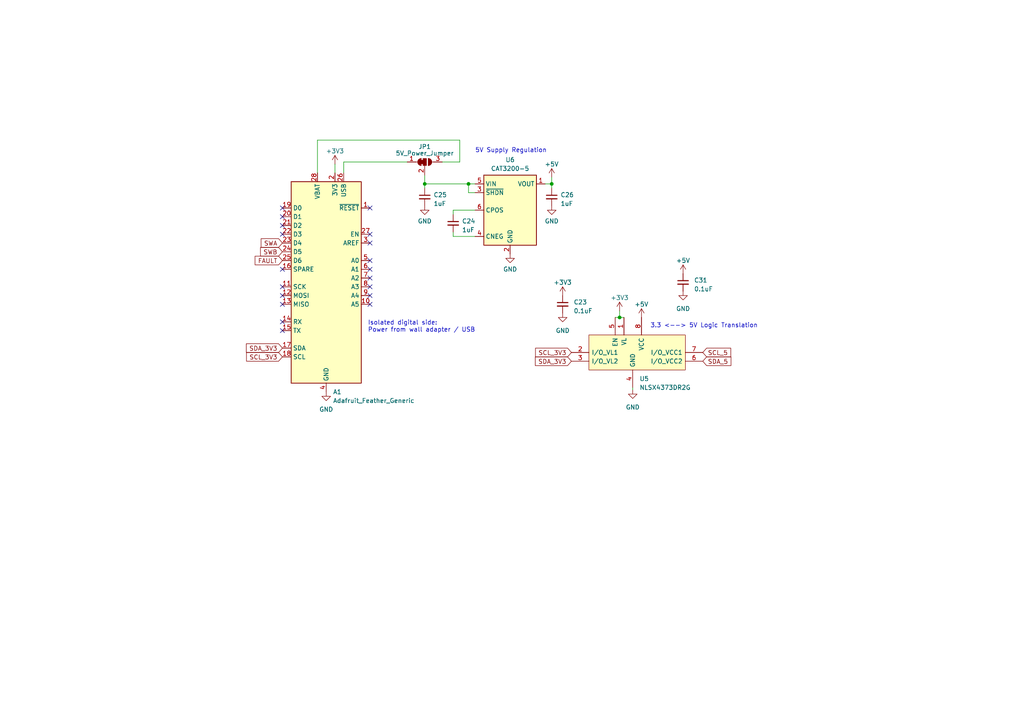
<source format=kicad_sch>
(kicad_sch (version 20230121) (generator eeschema)
  (paper "A4")
  (lib_symbols
    (symbol "Device:C_Small" (pin_numbers hide) (pin_names (offset 0.254) hide)
      (property "Reference" "C" (at 0.254 1.778 0))
      (property "Value" "C_Small" (at 0.254 -2.032 0))
      (symbol "C_Small_0_1"
        (polyline (pts (xy -1.524 -0.508) (xy 1.524 -0.508)) (stroke (width 0.3302)))
        (polyline (pts (xy -1.524 0.508) (xy 1.524 0.508)) (stroke (width 0.3048)))
      )
      (symbol "C_Small_1_1"
        (pin passive line (at 0 2.54 270) (length 2.032) (name "~") (number "1"))
        (pin passive line (at 0 -2.54 90) (length 2.032) (name "~") (number "2"))
      )
    )
    (symbol "Jumper:SolderJumper_3_Bridged12" (pin_names (offset 0) hide)
      (property "Reference" "JP" (at -2.54 -2.54 0))
      (property "Value" "SolderJumper_3_Bridged12" (at 0 2.794 0))
      (symbol "SolderJumper_3_Bridged12_0_1"
        (rectangle (start -1.016 0.508) (end -0.508 -0.508) (fill (type outline)))
        (arc (start -1.016 1.016) (mid -2.0276 0) (end -1.016 -1.016))
        (arc (start -1.016 1.016) (mid -2.0276 0) (end -1.016 -1.016) (fill (type outline)))
        (rectangle (start -0.508 1.016) (end 0.508 -1.016) (fill (type outline)))
        (polyline (pts (xy -2.54 0) (xy -2.032 0)))
        (polyline (pts (xy -1.016 1.016) (xy -1.016 -1.016)))
        (polyline (pts (xy 0 -1.27) (xy 0 -1.016)))
        (polyline (pts (xy 1.016 1.016) (xy 1.016 -1.016)))
        (polyline (pts (xy 2.54 0) (xy 2.032 0)))
        (arc (start 1.016 -1.016) (mid 2.0276 0) (end 1.016 1.016))
        (arc (start 1.016 -1.016) (mid 2.0276 0) (end 1.016 1.016) (fill (type outline)))
      )
      (symbol "SolderJumper_3_Bridged12_1_1"
        (pin passive line (at -5.08 0 0) (length 2.54) (name "A") (number "1"))
        (pin passive line (at 0 -3.81 90) (length 2.54) (name "C") (number "2"))
        (pin passive line (at 5.08 0 180) (length 2.54) (name "B") (number "3"))
      )
    )
    (symbol "MCU_Module:Adafruit_Feather_Generic"
      (property "Reference" "A" (at -10.16 29.21 0))
      (property "Value" "Adafruit_Feather_Generic" (at 2.54 -31.75 0))
      (symbol "Adafruit_Feather_Generic_0_1"
        (rectangle (start -10.16 27.94) (end 10.16 -30.48) (stroke (width 0.254)) (fill (type background)))
      )
      (symbol "Adafruit_Feather_Generic_1_1"
        (pin input line (at 12.7 20.32 180) (length 2.54) (name "~{RESET}") (number "1"))
        (pin bidirectional line (at 12.7 -7.62 180) (length 2.54) (name "A5") (number "10"))
        (pin bidirectional line (at -12.7 -2.54 0) (length 2.54) (name "SCK") (number "11"))
        (pin bidirectional line (at -12.7 -5.08 0) (length 2.54) (name "MOSI") (number "12"))
        (pin bidirectional line (at -12.7 -7.62 0) (length 2.54) (name "MISO") (number "13"))
        (pin bidirectional line (at -12.7 -12.7 0) (length 2.54) (name "RX") (number "14"))
        (pin bidirectional line (at -12.7 -15.24 0) (length 2.54) (name "TX") (number "15"))
        (pin bidirectional line (at -12.7 2.54 0) (length 2.54) (name "SPARE") (number "16"))
        (pin bidirectional line (at -12.7 -20.32 0) (length 2.54) (name "SDA") (number "17"))
        (pin bidirectional line (at -12.7 -22.86 0) (length 2.54) (name "SCL") (number "18"))
        (pin bidirectional line (at -12.7 20.32 0) (length 2.54) (name "D0") (number "19"))
        (pin power_in line (at 2.54 30.48 270) (length 2.54) (name "3V3") (number "2"))
        (pin bidirectional line (at -12.7 17.78 0) (length 2.54) (name "D1") (number "20"))
        (pin bidirectional line (at -12.7 15.24 0) (length 2.54) (name "D2") (number "21"))
        (pin bidirectional line (at -12.7 12.7 0) (length 2.54) (name "D3") (number "22"))
        (pin bidirectional line (at -12.7 10.16 0) (length 2.54) (name "D4") (number "23"))
        (pin bidirectional line (at -12.7 7.62 0) (length 2.54) (name "D5") (number "24"))
        (pin bidirectional line (at -12.7 5.08 0) (length 2.54) (name "D6") (number "25"))
        (pin power_in line (at 5.08 30.48 270) (length 2.54) (name "USB") (number "26"))
        (pin input line (at 12.7 12.7 180) (length 2.54) (name "EN") (number "27"))
        (pin power_in line (at -2.54 30.48 270) (length 2.54) (name "VBAT") (number "28"))
        (pin input line (at 12.7 10.16 180) (length 2.54) (name "AREF") (number "3"))
        (pin power_in line (at 0 -33.02 90) (length 2.54) (name "GND") (number "4"))
        (pin bidirectional line (at 12.7 5.08 180) (length 2.54) (name "A0") (number "5"))
        (pin bidirectional line (at 12.7 2.54 180) (length 2.54) (name "A1") (number "6"))
        (pin bidirectional line (at 12.7 0 180) (length 2.54) (name "A2") (number "7"))
        (pin bidirectional line (at 12.7 -2.54 180) (length 2.54) (name "A3") (number "8"))
        (pin bidirectional line (at 12.7 -5.08 180) (length 2.54) (name "A4") (number "9"))
      )
    )
    (symbol "NLSX4373DR2G:NLSX4373DR2G" (pin_names (offset 0.762))
      (property "Reference" "U" (at 22.86 7.62 0))
      (property "Value" "NLSX4373DR2G" (at 22.86 5.08 0))
      (symbol "NLSX4373DR2G_0_0"
        (pin passive line (at 15.24 7.62 270) (length 5.08) (name "VL") (number "1"))
        (pin passive line (at 0 -2.54 0) (length 5.08) (name "I/O_VL1") (number "2"))
        (pin passive line (at 0 -5.08 0) (length 5.08) (name "I/O_VL2") (number "3"))
        (pin passive line (at 17.78 -12.7 90) (length 5.08) (name "GND") (number "4"))
        (pin passive line (at 12.7 7.62 270) (length 5.08) (name "EN") (number "5"))
        (pin passive line (at 38.1 -5.08 180) (length 5.08) (name "I/O_VCC2") (number "6"))
        (pin passive line (at 38.1 -2.54 180) (length 5.08) (name "I/O_VCC1") (number "7"))
        (pin passive line (at 20.32 7.62 270) (length 5.08) (name "VCC") (number "8"))
      )
      (symbol "NLSX4373DR2G_1_1"
        (polyline (pts (xy 5.08 2.54) (xy 33.02 2.54) (xy 33.02 -7.62) (xy 5.08 -7.62) (xy 5.08 2.54)) (stroke (width 0.1524)) (fill (type background)))
      )
    )
    (symbol "Regulator_SwitchedCapacitor:CAT3200-5"
      (property "Reference" "U" (at 6.35 11.43 0))
      (property "Value" "CAT3200-5" (at 6.35 -11.43 0))
      (symbol "CAT3200-5_0_1"
        (rectangle (start -7.62 10.16) (end 7.62 -10.16) (stroke (width 0.254)) (fill (type background)))
      )
      (symbol "CAT3200-5_1_1"
        (pin power_out line (at 10.16 7.62 180) (length 2.54) (name "VOUT") (number "1"))
        (pin power_in line (at 0 -12.7 90) (length 2.54) (name "GND") (number "2"))
        (pin input line (at -10.16 5.08 0) (length 2.54) (name "~{SHDN}") (number "3"))
        (pin passive line (at -10.16 -7.62 0) (length 2.54) (name "CNEG") (number "4"))
        (pin power_in line (at -10.16 7.62 0) (length 2.54) (name "VIN") (number "5"))
        (pin passive line (at -10.16 0 0) (length 2.54) (name "CPOS") (number "6"))
      )
    )
    (symbol "power:+3V3" (power) (pin_names (offset 0))
      (property "Value" "+3V3" (at 0 3.556 0))
      (symbol "+3V3_0_1"
        (polyline (pts (xy -0.762 1.27) (xy 0 2.54)))
        (polyline (pts (xy 0 0) (xy 0 2.54)))
        (polyline (pts (xy 0 2.54) (xy 0.762 1.27)))
      )
      (symbol "+3V3_1_1"
        (pin power_in line (at 0 0 90) (length 0) hide (name "+3V3") (number "1"))
      )
    )
    (symbol "power:+5V" (power) (pin_names (offset 0))
      (property "Value" "+5V" (at 0 3.556 0))
      (symbol "+5V_0_1"
        (polyline (pts (xy -0.762 1.27) (xy 0 2.54)))
        (polyline (pts (xy 0 0) (xy 0 2.54)))
        (polyline (pts (xy 0 2.54) (xy 0.762 1.27)))
      )
      (symbol "+5V_1_1"
        (pin power_in line (at 0 0 90) (length 0) hide (name "+5V") (number "1"))
      )
    )
    (symbol "power:GND" (power) (pin_names (offset 0))
      (property "Value" "GND" (at 0 -3.81 0))
      (symbol "GND_0_1"
        (polyline (pts (xy 0 0) (xy 0 -1.27) (xy 1.27 -1.27) (xy 0 -2.54) (xy -1.27 -1.27) (xy 0 -1.27)))
      )
      (symbol "GND_1_1"
        (pin power_in line (at 0 0 270) (length 0) hide (name "GND") (number "1"))
      )
    )
  )
  (junction (at 135.89 53.34))
  (junction (at 123.19 53.34))
  (junction (at 160.02 53.34))
  (junction (at 179.705 92.075))
  (no_connect (at 107.315 60.325))
  (no_connect (at 107.315 70.485))
  (no_connect (at 81.915 60.325))
  (no_connect (at 107.315 75.565))
  (no_connect (at 81.915 93.345))
  (no_connect (at 107.315 67.945))
  (no_connect (at 81.915 95.885))
  (no_connect (at 107.315 80.645))
  (no_connect (at 81.915 67.945))
  (no_connect (at 81.915 88.265))
  (no_connect (at 81.915 65.405))
  (no_connect (at 107.315 88.265))
  (no_connect (at 107.315 78.105))
  (no_connect (at 107.315 85.725))
  (no_connect (at 107.315 83.185))
  (no_connect (at 81.915 83.185))
  (no_connect (at 81.915 78.105))
  (no_connect (at 81.915 85.725))
  (no_connect (at 81.915 62.865))
  (wire (pts (xy 99.695 46.99) (xy 118.11 46.99)))
  (wire (pts (xy 97.155 50.165) (xy 97.155 47.625)))
  (wire (pts (xy 123.19 50.8) (xy 123.19 53.34)))
  (wire (pts (xy 123.19 53.34) (xy 135.89 53.34)))
  (wire (pts (xy 99.695 46.99) (xy 99.695 50.165)))
  (wire (pts (xy 137.795 55.88) (xy 135.89 55.88)))
  (wire (pts (xy 183.515 113.03) (xy 183.515 112.395)))
  (wire (pts (xy 158.115 53.34) (xy 160.02 53.34)))
  (wire (pts (xy 131.445 67.31) (xy 131.445 68.58)))
  (wire (pts (xy 123.19 54.61) (xy 123.19 53.34)))
  (wire (pts (xy 133.35 46.99) (xy 133.35 40.64)))
  (wire (pts (xy 179.705 92.075) (xy 180.975 92.075)))
  (wire (pts (xy 131.445 60.96) (xy 137.795 60.96)))
  (wire (pts (xy 131.445 62.23) (xy 131.445 60.96)))
  (wire (pts (xy 160.02 54.61) (xy 160.02 53.34)))
  (wire (pts (xy 131.445 68.58) (xy 137.795 68.58)))
  (wire (pts (xy 133.35 40.64) (xy 92.075 40.64)))
  (wire (pts (xy 135.89 55.88) (xy 135.89 53.34)))
  (wire (pts (xy 160.02 53.34) (xy 160.02 51.435)))
  (wire (pts (xy 128.27 46.99) (xy 133.35 46.99)))
  (wire (pts (xy 92.075 40.64) (xy 92.075 50.165)))
  (wire (pts (xy 135.89 53.34) (xy 137.795 53.34)))
  (wire (pts (xy 179.705 92.075) (xy 179.705 90.17)))
  (wire (pts (xy 178.435 92.075) (xy 179.705 92.075)))
  (text "Isolated digital side:\nPower from wall adapter / USB" (at 106.68 96.52 0) (effects (font (size 1.27 1.27)) (justify left bottom)))
  (text "5V Supply Regulation" (at 137.795 44.45 0) (effects (font (size 1.27 1.27)) (justify left bottom)))
  (text "3.3 <--> 5V Logic Translation" (at 188.595 95.25 0) (effects (font (size 1.27 1.27)) (justify left bottom)))
  (global_label "FAULT" (shape input) (at 81.915 75.565 180) (property "Intersheetrefs" "${INTERSHEET_REFS}" (effects hide)))
  (global_label "SDA_3V3" (shape input) (at 81.915 100.965 180) (property "Intersheetrefs" "${INTERSHEET_REFS}" (effects hide)))
  (global_label "SWA" (shape input) (at 81.915 70.485 180) (property "Intersheetrefs" "${INTERSHEET_REFS}" (effects hide)))
  (global_label "SDA_3V3" (shape input) (at 165.735 104.775 180) (property "Intersheetrefs" "${INTERSHEET_REFS}" (effects hide)))
  (global_label "SCL_3V3" (shape input) (at 165.735 102.235 180) (property "Intersheetrefs" "${INTERSHEET_REFS}" (effects hide)))
  (global_label "SWB" (shape input) (at 81.915 73.025 180) (property "Intersheetrefs" "${INTERSHEET_REFS}" (effects hide)))
  (global_label "SDA_5" (shape input) (at 203.835 104.775 0) (property "Intersheetrefs" "${INTERSHEET_REFS}" (effects hide)))
  (global_label "SCL_5" (shape input) (at 203.835 102.235 0) (property "Intersheetrefs" "${INTERSHEET_REFS}" (effects hide)))
  (global_label "SCL_3V3" (shape input) (at 81.915 103.505 180) (property "Intersheetrefs" "${INTERSHEET_REFS}" (effects hide)))
  (symbol (lib_id "MCU_Module:Adafruit_Feather_Generic") (at 94.615 80.645 0) (unit 1)
    (property "Reference" "A1" (at 96.5709 113.665 0) (effects (justify left)))
    (property "Value" "Adafruit_Feather_Generic" (at 96.5709 116.205 0) (effects (justify left)))
    (property "Footprint" "Module:Adafruit_Feather" (effects hide))
    (property "Datasheet" "https://cdn-learn.adafruit.com/downloads/pdf/adafruit-feather.pdf" (effects hide))
  )
  (symbol (lib_id "Regulator_SwitchedCapacitor:CAT3200-5") (at 147.955 60.96 0) (unit 1)
    (property "Reference" "U6" (at 147.955 46.355 0))
    (property "Value" "CAT3200-5" (at 147.955 48.895 0))
    (property "Footprint" "Package_TO_SOT_SMD:SOT-23-6" (effects hide))
    (property "Datasheet" "https://www.onsemi.com/pdf/datasheet/cat3200-d.pdf" (effects hide))
    (instances (project "AMF-Generator" (path "" (reference "U6") (unit 1)) (path "" (reference "U5") (unit 1))))
  )
  (symbol (lib_id "Device:C_Small") (at 160.02 57.15 0) (unit 1)
    (property "Reference" "C26" (at 162.56 56.5213 0) (effects (justify left)))
    (property "Value" "1uF" (at 162.56 59.0613 0) (effects (justify left)))
    (property "Footprint" "Capacitor_SMD:C_0805_2012Metric" (effects hide))
  )
  (symbol (lib_id "power:GND") (at 163.195 90.805 0) (unit 1)
    (property "Reference" "#PWR037" (effects hide))
    (property "Value" "GND" (at 163.195 95.885 0))
    (instances (project "AMF-Generator" (path "" (reference "#PWR037") (unit 1)) (path "" (reference "#PWR047") (unit 1))))
  )
  (symbol (lib_id "power:GND") (at 160.02 59.69 0) (unit 1)
    (property "Reference" "#PWR035" (effects hide))
    (property "Value" "GND" (at 160.02 64.135 0))
  )
  (symbol (lib_id "Device:C_Small") (at 123.19 57.15 0) (unit 1)
    (property "Reference" "C25" (at 125.73 56.5213 0) (effects (justify left)))
    (property "Value" "1uF" (at 125.73 59.0613 0) (effects (justify left)))
    (property "Footprint" "Capacitor_SMD:C_0805_2012Metric" (effects hide))
    (instances (project "AMF-Generator" (path "" (reference "C25") (unit 1)) (path "" (reference "C24") (unit 1))))
  )
  (symbol (lib_id "Device:C_Small") (at 198.12 81.915 0) (unit 1)
    (property "Reference" "C31" (at 201.295 81.2863 0) (effects (justify left)))
    (property "Value" "0.1uF" (at 201.295 83.8263 0) (effects (justify left)))
    (property "Footprint" "Capacitor_SMD:C_0805_2012Metric" (effects hide))
  )
  (symbol (lib_id "power:+3V3") (at 163.195 85.725 0) (unit 1)
    (property "Reference" "#PWR038" (effects hide))
    (property "Value" "+3V3" (at 163.195 81.915 0))
    (instances (project "AMF-Generator" (path "" (reference "#PWR038") (unit 1)) (path "" (reference "#PWR046") (unit 1))))
  )
  (symbol (lib_id "Jumper:SolderJumper_3_Bridged12") (at 123.19 46.99 0) (unit 1)
    (property "Reference" "JP1" (at 123.19 42.545 0))
    (property "Value" "5V_Power_Jumper" (at 123.19 44.45 0))
    (property "Footprint" "Capacitor_SMD:C_0805_2012Metric" (effects hide))
  )
  (symbol (lib_id "power:GND") (at 94.615 113.665 0) (unit 1)
    (property "Reference" "#PWR04" (effects hide))
    (property "Value" "GND" (at 94.615 118.745 0))
  )
  (symbol (lib_id "Device:C_Small") (at 163.195 88.265 0) (unit 1)
    (property "Reference" "C23" (at 166.37 87.6363 0) (effects (justify left)))
    (property "Value" "0.1uF" (at 166.37 90.1763 0) (effects (justify left)))
    (property "Footprint" "Capacitor_SMD:C_0805_2012Metric" (effects hide))
  )
  (symbol (lib_id "power:+3V3") (at 97.155 47.625 0) (unit 1)
    (property "Reference" "#PWR018" (effects hide))
    (property "Value" "+3V3" (at 97.155 43.815 0))
  )
  (symbol (lib_id "power:GND") (at 147.955 73.66 0) (unit 1)
    (property "Reference" "#PWR032" (effects hide))
    (property "Value" "GND" (at 147.955 78.105 0))
    (instances (project "AMF-Generator" (path "" (reference "#PWR032") (unit 1)) (path "" (reference "#PWR033") (unit 1))))
  )
  (symbol (lib_id "power:+5V") (at 160.02 51.435 0) (unit 1)
    (property "Reference" "#PWR033" (effects hide))
    (property "Value" "+5V" (at 160.02 47.625 0))
    (instances (project "AMF-Generator" (path "" (reference "#PWR033") (unit 1)) (path "" (reference "#PWR034") (unit 1))))
  )
  (symbol (lib_id "power:GND") (at 198.12 84.455 0) (unit 1)
    (property "Reference" "#PWR037" (effects hide))
    (property "Value" "GND" (at 198.12 89.535 0))
    (instances (project "AMF-Generator" (path "" (reference "#PWR037") (unit 1)) (path "" (reference "#PWR048") (unit 1))))
  )
  (symbol (lib_id "NLSX4373DR2G:NLSX4373DR2G") (at 165.735 99.695 0) (unit 1)
    (property "Reference" "U5" (at 185.4709 109.855 0) (effects (justify left)))
    (property "Value" "NLSX4373DR2G" (at 185.4709 112.395 0) (effects (justify left)))
    (property "Footprint" "Package_SO:SOIC-8_3.9x4.9mm_P1.27mm" (effects hide))
    (property "Datasheet" "http://www.onsemi.com/pub/Collateral/NLSX4373-D.PDF" (effects hide))
    (property "Description" "2-Bit 20 Mb/s Dual-Supply Level Translator" (effects hide))
    (property "Height" "1.75" (effects hide))
    (property "Manufacturer_Name" "onsemi" (effects hide))
    (property "Manufacturer_Part_Number" "NLSX4373DR2G" (effects hide))
    (property "Mouser Part Number" "863-NLSX4373DR2G" (effects hide))
    (property "Mouser Price/Stock" "https://www.mouser.co.uk/ProductDetail/onsemi/NLSX4373DR2G?qs=zXUFZjqEZiiEfIwrZ45LUw%3D%3D" (effects hide))
    (property "Arrow Part Number" "NLSX4373DR2G" (effects hide))
    (property "Arrow Price/Stock" "https://www.arrow.com/en/products/nlsx4373dr2g/on-semiconductor?region=nac" (effects hide))
    (instances (project "AMF-Generator" (path "" (reference "U5") (unit 1)) (path "" (reference "U6") (unit 1))))
  )
  (symbol (lib_id "Device:C_Small") (at 131.445 64.77 0) (unit 1)
    (property "Reference" "C24" (at 133.985 64.1413 0) (effects (justify left)))
    (property "Value" "1uF" (at 133.985 66.6813 0) (effects (justify left)))
    (property "Footprint" "Capacitor_SMD:C_0805_2012Metric" (effects hide))
    (instances (project "AMF-Generator" (path "" (reference "C24") (unit 1)) (path "" (reference "C25") (unit 1))))
  )
  (symbol (lib_id "power:+5V") (at 186.055 92.075 0) (unit 1)
    (property "Reference" "#PWR034" (effects hide))
    (property "Value" "+5V" (at 186.055 88.265 0))
    (instances (project "AMF-Generator" (path "" (reference "#PWR034") (unit 1)) (path "" (reference "#PWR038") (unit 1))))
  )
  (symbol (lib_id "power:GND") (at 123.19 59.69 0) (unit 1)
    (property "Reference" "#PWR036" (effects hide))
    (property "Value" "GND" (at 123.19 64.135 0))
    (instances (project "AMF-Generator" (path "" (reference "#PWR036") (unit 1)) (path "" (reference "#PWR032") (unit 1))))
  )
  (symbol (lib_id "power:+5V") (at 198.12 79.375 0) (unit 1)
    (property "Reference" "#PWR034" (effects hide))
    (property "Value" "+5V" (at 198.12 75.565 0))
    (instances (project "AMF-Generator" (path "" (reference "#PWR034") (unit 1)) (path "" (reference "#PWR049") (unit 1))))
  )
  (symbol (lib_id "power:GND") (at 183.515 113.03 0) (unit 1)
    (property "Reference" "#PWR037" (effects hide))
    (property "Value" "GND" (at 183.515 118.11 0))
  )
  (symbol (lib_id "power:+3V3") (at 179.705 90.17 0) (unit 1)
    (property "Reference" "#PWR038" (effects hide))
    (property "Value" "+3V3" (at 179.705 86.36 0))
    (instances (project "AMF-Generator" (path "" (reference "#PWR038") (unit 1)) (path "" (reference "#PWR036") (unit 1))))
  )
)
</source>
